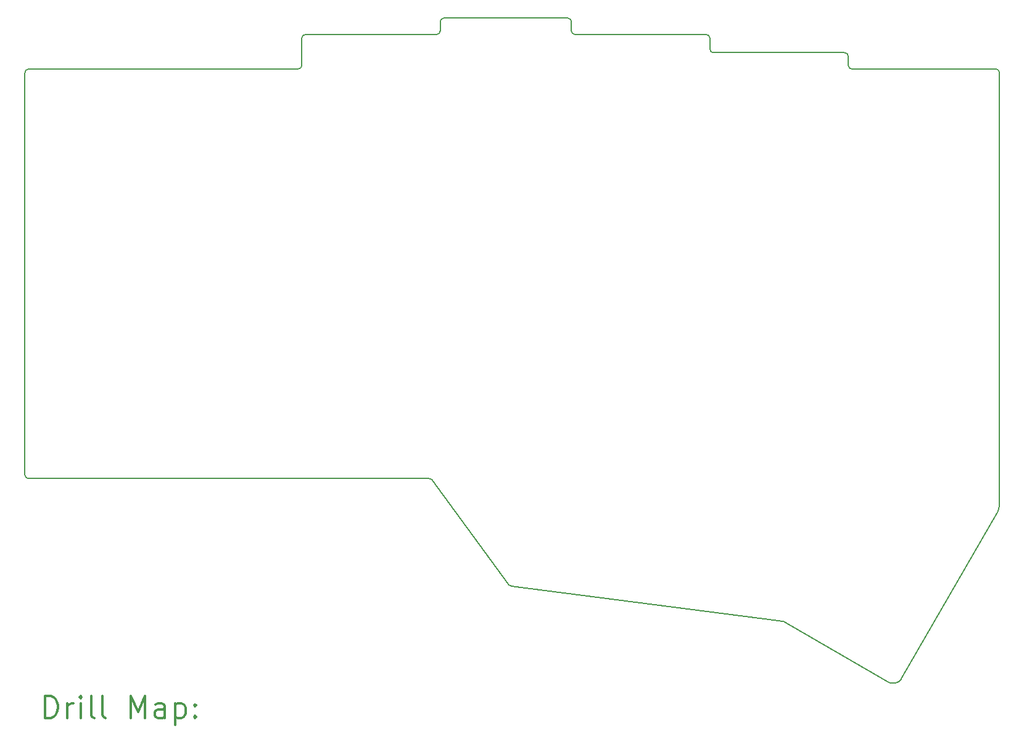
<source format=gbr>
%FSLAX45Y45*%
G04 Gerber Fmt 4.5, Leading zero omitted, Abs format (unit mm)*
G04 Created by KiCad (PCBNEW 5.1.5+dfsg1-2~bpo10+1) date 2020-09-05 13:32:20*
%MOMM*%
%LPD*%
G04 APERTURE LIST*
%TA.AperFunction,Profile*%
%ADD10C,0.150000*%
%TD*%
%ADD11C,0.200000*%
%ADD12C,0.300000*%
G04 APERTURE END LIST*
D10*
X19475000Y-12797500D02*
G75*
G02X19452276Y-12884770I-170224J-2270D01*
G01*
X18129726Y-15178146D02*
G75*
G02X17936925Y-15216096I-115301J77051D01*
G01*
X16442056Y-14377034D02*
G75*
G02X16507500Y-14390000I-33315J-339810D01*
G01*
X18130000Y-15177500D02*
X19452500Y-12885000D01*
X16507500Y-14390000D02*
X17940000Y-15217500D01*
X12775000Y-13900000D02*
X16445000Y-14377500D01*
X12739645Y-13885355D02*
G75*
G03X12775000Y-13900000I35355J35355D01*
G01*
X11685000Y-12440000D02*
X12740000Y-13885000D01*
X17400000Y-6625000D02*
X17400000Y-6750000D01*
X17400000Y-6625000D02*
G75*
G03X17350000Y-6575000I-50000J0D01*
G01*
X17400000Y-6750000D02*
G75*
G03X17450000Y-6800000I50000J0D01*
G01*
X19425000Y-6800000D02*
X17450000Y-6800000D01*
X11685355Y-12439645D02*
G75*
G03X11650000Y-12425000I-35355J-35355D01*
G01*
X6100000Y-12375000D02*
G75*
G03X6150000Y-12425000I50000J0D01*
G01*
X6150000Y-6800000D02*
G75*
G03X6100000Y-6850000I0J-50000D01*
G01*
X9850000Y-6800000D02*
G75*
G03X9900000Y-6750000I0J50000D01*
G01*
X9950000Y-6325000D02*
G75*
G03X9900000Y-6375000I0J-50000D01*
G01*
X11750000Y-6325000D02*
G75*
G03X11800000Y-6275000I0J50000D01*
G01*
X11850000Y-6100000D02*
G75*
G03X11800000Y-6150000I0J-50000D01*
G01*
X13600000Y-6150000D02*
G75*
G03X13550000Y-6100000I-50000J0D01*
G01*
X13600000Y-6275000D02*
G75*
G03X13650000Y-6325000I50000J0D01*
G01*
X15500000Y-6375000D02*
G75*
G03X15450000Y-6325000I-50000J0D01*
G01*
X15500000Y-6525000D02*
G75*
G03X15550000Y-6575000I50000J0D01*
G01*
X19475000Y-6850000D02*
G75*
G03X19425000Y-6800000I-50000J0D01*
G01*
X19475000Y-6850000D02*
X19475000Y-12797500D01*
X11650000Y-12425000D02*
X6149999Y-12425000D01*
X6100000Y-6850000D02*
X6100000Y-12375000D01*
X9850000Y-6800000D02*
X6147499Y-6800000D01*
X9900000Y-6375000D02*
X9900000Y-6750000D01*
X11750000Y-6325000D02*
X9950000Y-6325000D01*
X11800000Y-6150000D02*
X11800000Y-6275000D01*
X13550000Y-6100000D02*
X11850000Y-6100000D01*
X13600000Y-6275000D02*
X13600000Y-6150000D01*
X15450000Y-6325000D02*
X13650000Y-6325000D01*
X15500000Y-6525000D02*
X15500000Y-6375000D01*
X17350000Y-6575000D02*
X15550000Y-6575000D01*
D11*
D12*
X6378928Y-15712987D02*
X6378928Y-15412987D01*
X6450357Y-15412987D01*
X6493214Y-15427272D01*
X6521786Y-15455844D01*
X6536071Y-15484415D01*
X6550357Y-15541558D01*
X6550357Y-15584415D01*
X6536071Y-15641558D01*
X6521786Y-15670129D01*
X6493214Y-15698701D01*
X6450357Y-15712987D01*
X6378928Y-15712987D01*
X6678928Y-15712987D02*
X6678928Y-15512987D01*
X6678928Y-15570129D02*
X6693214Y-15541558D01*
X6707500Y-15527272D01*
X6736071Y-15512987D01*
X6764643Y-15512987D01*
X6864643Y-15712987D02*
X6864643Y-15512987D01*
X6864643Y-15412987D02*
X6850357Y-15427272D01*
X6864643Y-15441558D01*
X6878928Y-15427272D01*
X6864643Y-15412987D01*
X6864643Y-15441558D01*
X7050357Y-15712987D02*
X7021786Y-15698701D01*
X7007500Y-15670129D01*
X7007500Y-15412987D01*
X7207500Y-15712987D02*
X7178928Y-15698701D01*
X7164643Y-15670129D01*
X7164643Y-15412987D01*
X7550357Y-15712987D02*
X7550357Y-15412987D01*
X7650357Y-15627272D01*
X7750357Y-15412987D01*
X7750357Y-15712987D01*
X8021786Y-15712987D02*
X8021786Y-15555844D01*
X8007500Y-15527272D01*
X7978928Y-15512987D01*
X7921786Y-15512987D01*
X7893214Y-15527272D01*
X8021786Y-15698701D02*
X7993214Y-15712987D01*
X7921786Y-15712987D01*
X7893214Y-15698701D01*
X7878928Y-15670129D01*
X7878928Y-15641558D01*
X7893214Y-15612987D01*
X7921786Y-15598701D01*
X7993214Y-15598701D01*
X8021786Y-15584415D01*
X8164643Y-15512987D02*
X8164643Y-15812987D01*
X8164643Y-15527272D02*
X8193214Y-15512987D01*
X8250357Y-15512987D01*
X8278928Y-15527272D01*
X8293214Y-15541558D01*
X8307500Y-15570129D01*
X8307500Y-15655844D01*
X8293214Y-15684415D01*
X8278928Y-15698701D01*
X8250357Y-15712987D01*
X8193214Y-15712987D01*
X8164643Y-15698701D01*
X8436071Y-15684415D02*
X8450357Y-15698701D01*
X8436071Y-15712987D01*
X8421786Y-15698701D01*
X8436071Y-15684415D01*
X8436071Y-15712987D01*
X8436071Y-15527272D02*
X8450357Y-15541558D01*
X8436071Y-15555844D01*
X8421786Y-15541558D01*
X8436071Y-15527272D01*
X8436071Y-15555844D01*
M02*

</source>
